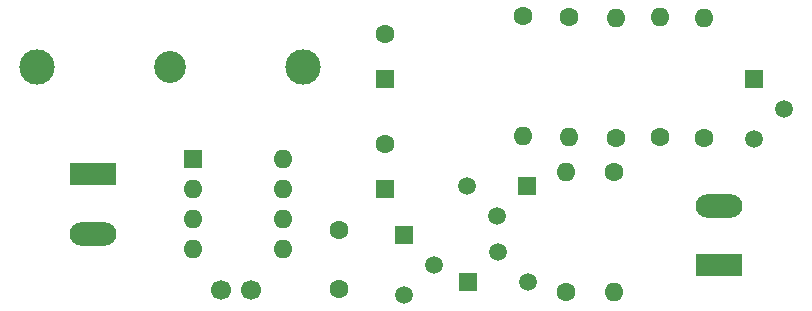
<source format=gbr>
%TF.GenerationSoftware,KiCad,Pcbnew,(5.1.8)-1*%
%TF.CreationDate,2020-12-12T19:45:25+01:00*%
%TF.ProjectId,blink_controller,626c696e-6b5f-4636-9f6e-74726f6c6c65,rev?*%
%TF.SameCoordinates,Original*%
%TF.FileFunction,Soldermask,Top*%
%TF.FilePolarity,Negative*%
%FSLAX46Y46*%
G04 Gerber Fmt 4.6, Leading zero omitted, Abs format (unit mm)*
G04 Created by KiCad (PCBNEW (5.1.8)-1) date 2020-12-12 19:45:25*
%MOMM*%
%LPD*%
G01*
G04 APERTURE LIST*
%ADD10C,2.700000*%
%ADD11C,3.000000*%
%ADD12O,1.600000X1.600000*%
%ADD13R,1.600000X1.600000*%
%ADD14C,1.700000*%
%ADD15C,1.600000*%
%ADD16R,1.500000X1.500000*%
%ADD17C,1.500000*%
%ADD18O,3.960000X1.980000*%
%ADD19R,3.960000X1.980000*%
G04 APERTURE END LIST*
D10*
%TO.C,F1*%
X33350000Y-25500000D03*
D11*
X22100000Y-25500000D03*
X44600000Y-25500000D03*
%TD*%
D12*
%TO.C,U1*%
X42920000Y-33300000D03*
X35300000Y-40920000D03*
X42920000Y-35840000D03*
X35300000Y-38380000D03*
X42920000Y-38380000D03*
X35300000Y-35840000D03*
X42920000Y-40920000D03*
D13*
X35300000Y-33300000D03*
%TD*%
D14*
%TO.C,SW1*%
X40240000Y-44400000D03*
X37700000Y-44400000D03*
%TD*%
D12*
%TO.C,R7*%
X66925000Y-34365000D03*
D15*
X66925000Y-44525000D03*
%TD*%
D12*
%TO.C,R6*%
X63275000Y-31360000D03*
D15*
X63275000Y-21200000D03*
%TD*%
D12*
%TO.C,R5*%
X74875000Y-21240000D03*
D15*
X74875000Y-31400000D03*
%TD*%
D12*
%TO.C,R4*%
X70925000Y-44585000D03*
D15*
X70925000Y-34425000D03*
%TD*%
D12*
%TO.C,R3*%
X71075000Y-21340000D03*
D15*
X71075000Y-31500000D03*
%TD*%
D12*
%TO.C,R2*%
X78575000Y-21340000D03*
D15*
X78575000Y-31500000D03*
%TD*%
D12*
%TO.C,R1*%
X67175000Y-31460000D03*
D15*
X67175000Y-21300000D03*
%TD*%
D16*
%TO.C,Q4*%
X82800000Y-26550000D03*
D17*
X82800000Y-31630000D03*
X85340000Y-29090000D03*
%TD*%
D16*
%TO.C,Q3*%
X63600000Y-35550000D03*
D17*
X58520000Y-35550000D03*
X61060000Y-38090000D03*
%TD*%
D16*
%TO.C,Q2*%
X58575000Y-43675000D03*
D17*
X63655000Y-43675000D03*
X61115000Y-41135000D03*
%TD*%
D16*
%TO.C,Q1*%
X53200000Y-39700000D03*
D17*
X53200000Y-44780000D03*
X55740000Y-42240000D03*
%TD*%
D18*
%TO.C,J2*%
X79850000Y-37250000D03*
D19*
X79850000Y-42250000D03*
%TD*%
D18*
%TO.C,J1*%
X26800000Y-39600000D03*
D19*
X26800000Y-34600000D03*
%TD*%
D15*
%TO.C,C3*%
X51600000Y-22700000D03*
D13*
X51600000Y-26500000D03*
%TD*%
D15*
%TO.C,C2*%
X51600000Y-32000000D03*
D13*
X51600000Y-35800000D03*
%TD*%
D15*
%TO.C,C1*%
X47700000Y-39300000D03*
X47700000Y-44300000D03*
%TD*%
M02*

</source>
